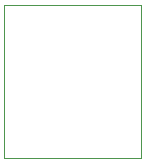
<source format=gbr>
%TF.GenerationSoftware,KiCad,Pcbnew,7.0.7*%
%TF.CreationDate,2023-09-02T11:06:43+09:00*%
%TF.ProjectId,emmc2sd,656d6d63-3273-4642-9e6b-696361645f70,rev?*%
%TF.SameCoordinates,Original*%
%TF.FileFunction,Profile,NP*%
%FSLAX46Y46*%
G04 Gerber Fmt 4.6, Leading zero omitted, Abs format (unit mm)*
G04 Created by KiCad (PCBNEW 7.0.7) date 2023-09-02 11:06:43*
%MOMM*%
%LPD*%
G01*
G04 APERTURE LIST*
%TA.AperFunction,Profile*%
%ADD10C,0.100000*%
%TD*%
G04 APERTURE END LIST*
D10*
X93472000Y-65405000D02*
X105029000Y-65405000D01*
X105029000Y-78359000D01*
X93472000Y-78359000D01*
X93472000Y-65405000D01*
M02*

</source>
